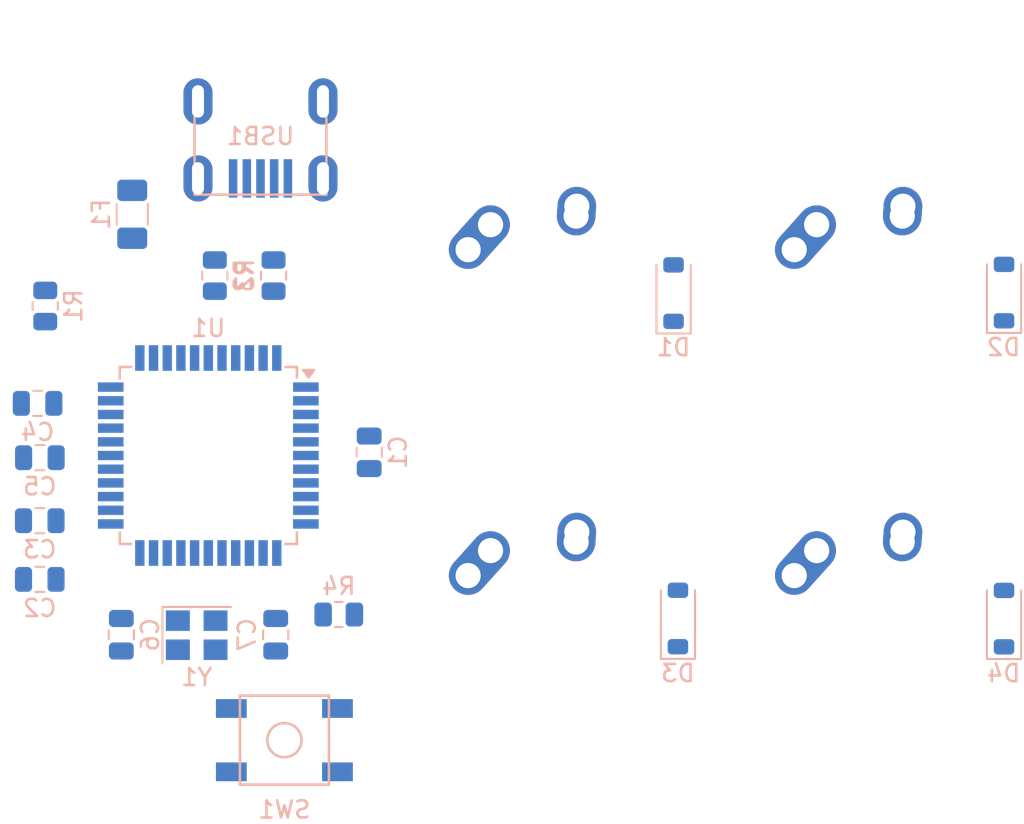
<source format=kicad_pcb>
(kicad_pcb (version 20240108) (generator "pcbnew") (generator_version "8.0")
  (layers (0 "F.Cu" signal) (31 "B.Cu" signal) (34 "B.Paste" user) (35 "F.Paste" user) (36 "B.SilkS" user "B.Silkscreen") (37 "F.SilkS" user "F.Silkscreen") (38 "B.Mask" user) (39 "F.Mask" user) (44 "Edge.Cuts" user))
  (net 0 "")
  (net 1 "Net-(U1-UCAP)")
  (net 2 "GND")
  (net 3 "+5V")
  (net 4 "XTAL1")
  (net 5 "XTAL2")
  (net 6 "ROW0")
  (net 7 "Net-(D1-A)")
  (net 8 "Net-(D2-A)")
  (net 9 "Net-(D3-A)")
  (net 10 "ROW1")
  (net 11 "Net-(D4-A)")
  (net 12 "Net-(USB1-SHIELD)")
  (net 13 "COL0")
  (net 14 "COL1")
  (net 15 "HWB")
  (net 16 "Net-(U1-D-)")
  (net 17 "D -")
  (net 18 "Net-(U1-D+)")
  (net 19 "D +")
  (net 20 "Net-(U1-~{RESET})")
  (footprint "MX_Alps_Hybrid:MX-1U-NoLED" (layer "F.Cu") (at 138.1125 65.05625)
    (property "Reference" "MX1")
    (property "Value" "MX-NoLED")
    (pad "" np_thru_hole circle (at -5.08 0 48.0996) (size 1.75 1.75) (drill 1.75) (layers "*.Cu" "*.Mask"))
    (pad "" np_thru_hole circle (at 0 0) (size 3.9878 3.9878) (drill 3.9878) (layers "*.Cu" "*.Mask"))
    (pad "" np_thru_hole circle (at 5.08 0 48.0996) (size 1.75 1.75) (drill 1.75) (layers "*.Cu" "*.Mask"))
    (pad "1" thru_hole oval (at -3.81 -2.54 48.0996) (size 4.211556 2.25) (drill 1.47 (offset 0.980778 0)) (layers "*.Cu" "B.Mask") (net 13 "COL0"))
    (pad "1" thru_hole circle (at -2.5 -4) (size 2.25 2.25) (drill 1.47) (layers "*.Cu" "B.Mask") (net 13 "COL0"))
    (pad "2" thru_hole oval (at 2.5 -4.5 86.0548) (size 2.831378 2.25) (drill 1.47 (offset 0.290689 0)) (layers "*.Cu" "B.Mask") (net 7 "Net-(D1-A)"))
    (pad "2" thru_hole circle (at 2.54 -5.08) (size 2.25 2.25) (drill 1.47) (layers "*.Cu" "B.Mask") (net 7 "Net-(D1-A)"))
  )
  (footprint "MX_Alps_Hybrid:MX-1U-NoLED" (layer "F.Cu") (at 138.1125 84.10625)
    (property "Reference" "MX3")
    (property "Value" "MX-NoLED")
    (pad "" np_thru_hole circle (at -5.08 0 48.0996) (size 1.75 1.75) (drill 1.75) (layers "*.Cu" "*.Mask"))
    (pad "" np_thru_hole circle (at 0 0) (size 3.9878 3.9878) (drill 3.9878) (layers "*.Cu" "*.Mask"))
    (pad "" np_thru_hole circle (at 5.08 0 48.0996) (size 1.75 1.75) (drill 1.75) (layers "*.Cu" "*.Mask"))
    (pad "1" thru_hole oval (at -3.81 -2.54 48.0996) (size 4.211556 2.25) (drill 1.47 (offset 0.980778 0)) (layers "*.Cu" "B.Mask") (net 13 "COL0"))
    (pad "1" thru_hole circle (at -2.5 -4) (size 2.25 2.25) (drill 1.47) (layers "*.Cu" "B.Mask") (net 13 "COL0"))
    (pad "2" thru_hole oval (at 2.5 -4.5 86.0548) (size 2.831378 2.25) (drill 1.47 (offset 0.290689 0)) (layers "*.Cu" "B.Mask") (net 9 "Net-(D3-A)"))
    (pad "2" thru_hole circle (at 2.54 -5.08) (size 2.25 2.25) (drill 1.47) (layers "*.Cu" "B.Mask") (net 9 "Net-(D3-A)"))
  )
  (footprint "MX_Alps_Hybrid:MX-1U-NoLED" (layer "F.Cu") (at 157.1625 65.05625)
    (property "Reference" "MX2")
    (property "Value" "MX-NoLED")
    (pad "" np_thru_hole circle (at -5.08 0 48.0996) (size 1.75 1.75) (drill 1.75) (layers "*.Cu" "*.Mask"))
    (pad "" np_thru_hole circle (at 0 0) (size 3.9878 3.9878) (drill 3.9878) (layers "*.Cu" "*.Mask"))
    (pad "" np_thru_hole circle (at 5.08 0 48.0996) (size 1.75 1.75) (drill 1.75) (layers "*.Cu" "*.Mask"))
    (pad "1" thru_hole oval (at -3.81 -2.54 48.0996) (size 4.211556 2.25) (drill 1.47 (offset 0.980778 0)) (layers "*.Cu" "B.Mask") (net 14 "COL1"))
    (pad "1" thru_hole circle (at -2.5 -4) (size 2.25 2.25) (drill 1.47) (layers "*.Cu" "B.Mask") (net 14 "COL1"))
    (pad "2" thru_hole oval (at 2.5 -4.5 86.0548) (size 2.831378 2.25) (drill 1.47 (offset 0.290689 0)) (layers "*.Cu" "B.Mask") (net 8 "Net-(D2-A)"))
    (pad "2" thru_hole circle (at 2.54 -5.08) (size 2.25 2.25) (drill 1.47) (layers "*.Cu" "B.Mask") (net 8 "Net-(D2-A)"))
  )
  (footprint "MX_Alps_Hybrid:MX-1U-NoLED" (layer "F.Cu") (at 157.1625 84.10625)
    (property "Reference" "MX4")
    (property "Value" "MX-NoLED")
    (pad "" np_thru_hole circle (at -5.08 0 48.0996) (size 1.75 1.75) (drill 1.75) (layers "*.Cu" "*.Mask"))
    (pad "" np_thru_hole circle (at 0 0) (size 3.9878 3.9878) (drill 3.9878) (layers "*.Cu" "*.Mask"))
    (pad "" np_thru_hole circle (at 5.08 0 48.0996) (size 1.75 1.75) (drill 1.75) (layers "*.Cu" "*.Mask"))
    (pad "1" thru_hole oval (at -3.81 -2.54 48.0996) (size 4.211556 2.25) (drill 1.47 (offset 0.980778 0)) (layers "*.Cu" "B.Mask") (net 14 "COL1"))
    (pad "1" thru_hole circle (at -2.5 -4) (size 2.25 2.25) (drill 1.47) (layers "*.Cu" "B.Mask") (net 14 "COL1"))
    (pad "2" thru_hole oval (at 2.5 -4.5 86.0548) (size 2.831378 2.25) (drill 1.47 (offset 0.290689 0)) (layers "*.Cu" "B.Mask") (net 11 "Net-(D4-A)"))
    (pad "2" thru_hole circle (at 2.54 -5.08) (size 2.25 2.25) (drill 1.47) (layers "*.Cu" "B.Mask") (net 11 "Net-(D4-A)"))
  )
  (footprint "Capacitor_SMD:C_0805_2012Metric" (layer "B.Cu") (at 109.281 81.788)
    (property "Reference" "C2" (at 0 1.68 360) (layer "B.SilkS") (effects (justify mirror)))
    (property "Value" "0.1uF")
    (fp_line (start 0.261252 -0.735) (end -0.261252 -0.735) (stroke (width 0.12)) (layer "B.SilkS"))
    (fp_line (start 0.261252 0.735) (end -0.261252 0.735) (stroke (width 0.12)) (layer "B.SilkS"))
    (pad "1" smd roundrect (at -0.95 0) (size 1 1.45) (layers "B.Cu" "B.Paste" "B.Mask") (net 3 "+5V"))
    (pad "2" smd roundrect (at 0.95 0) (size 1 1.45) (layers "B.Cu" "B.Paste" "B.Mask") (net 2 "GND"))
  )
  (footprint "Capacitor_SMD:C_0805_2012Metric" (layer "B.Cu") (at 109.286 74.676)
    (property "Reference" "C5" (at 0 1.68 360) (layer "B.SilkS") (effects (justify mirror)))
    (property "Value" "10uF")
    (fp_line (start 0.261252 -0.735) (end -0.261252 -0.735) (stroke (width 0.12)) (layer "B.SilkS"))
    (fp_line (start 0.261252 0.735) (end -0.261252 0.735) (stroke (width 0.12)) (layer "B.SilkS"))
    (pad "1" smd roundrect (at -0.95 0) (size 1 1.45) (layers "B.Cu" "B.Paste" "B.Mask") (net 3 "+5V"))
    (pad "2" smd roundrect (at 0.95 0) (size 1 1.45) (layers "B.Cu" "B.Paste" "B.Mask") (net 2 "GND"))
  )
  (footprint "Diode_SMD:D_SOD-123" (layer "B.Cu") (at 146.558 84.074 90)
    (property "Reference" "D3" (at -3.1975 0 0) (layer "B.SilkS") (effects (justify mirror)))
    (property "Value" "D_Small")
    (fp_line (start 1.65 -1) (end -2.36 -1) (stroke (width 0.12)) (layer "B.SilkS"))
    (fp_line (start -2.36 -1) (end -2.36 1) (stroke (width 0.12)) (layer "B.SilkS"))
    (fp_line (start 1.65 1) (end -2.36 1) (stroke (width 0.12)) (layer "B.SilkS"))
    (pad "1" smd roundrect (at -1.65 0 90) (size 0.9 1.2) (layers "B.Cu" "B.Paste" "B.Mask") (net 10 "ROW1"))
    (pad "2" smd roundrect (at 1.65 0 90) (size 0.9 1.2) (layers "B.Cu" "B.Paste" "B.Mask") (net 9 "Net-(D3-A)"))
  )
  (footprint "random-keyboard-parts:Molex-0548190589" (layer "B.Cu") (at 122.174 53.8515 -90)
    (property "Reference" "USB1" (at 2.032 0 180) (layer "B.SilkS") (effects (justify mirror)))
    (property "Value" "Molex-0548190589")
    (fp_line (start 5.45 3.85) (end 0 3.85) (stroke (width 0.15)) (layer "B.SilkS"))
    (fp_line (start 5.45 -3.85) (end 5.45 3.85) (stroke (width 0.15)) (layer "B.SilkS"))
    (fp_line (start 5.45 -3.85) (end 0 -3.85) (stroke (width 0.15)) (layer "B.SilkS"))
    (pad "1" smd rect (at 4.5 -1.6 270) (size 2.25 0.5) (layers "B.Cu" "B.Paste" "B.Mask") (net 2 "GND"))
    (pad "2" smd rect (at 4.5 -0.8 270) (size 2.25 0.5) (layers "B.Cu" "B.Paste" "B.Mask"))
    (pad "3" smd rect (at 4.5 0 270) (size 2.25 0.5) (layers "B.Cu" "B.Paste" "B.Mask") (net 19 "D +"))
    (pad "4" smd rect (at 4.5 0.8 270) (size 2.25 0.5) (layers "B.Cu" "B.Paste" "B.Mask") (net 17 "D -"))
    (pad "5" smd rect (at 4.5 1.6 270) (size 2.25 0.5) (layers "B.Cu" "B.Paste" "B.Mask"))
    (pad "6" thru_hole oval (at 0 -3.65 270) (size 2.7 1.7) (drill oval 1.9 0.7) (layers "*.Cu" "*.Mask") (net 12 "Net-(USB1-SHIELD)"))
    (pad "6" thru_hole oval (at 0 3.65 270) (size 2.7 1.7) (drill oval 1.9 0.7) (layers "*.Cu" "*.Mask") (net 12 "Net-(USB1-SHIELD)"))
    (pad "6" thru_hole oval (at 4.5 -3.65 270) (size 2.7 1.7) (drill oval 1.9 0.7) (layers "*.Cu" "*.Mask") (net 12 "Net-(USB1-SHIELD)"))
    (pad "6" thru_hole oval (at 4.5 3.65 270) (size 2.7 1.7) (drill oval 1.9 0.7) (layers "*.Cu" "*.Mask") (net 12 "Net-(USB1-SHIELD)"))
  )
  (footprint "random-keyboard-parts:SKQG-1155865" (layer "B.Cu") (at 123.571 91.186 180)
    (property "Reference" "SW1" (at 0 -4.064 180) (layer "B.SilkS") (effects (justify mirror)))
    (property "Value" "SW_Push")
    (fp_line (start 2.6 2.6) (end -2.6 2.6) (stroke (width 0.15)) (layer "B.SilkS"))
    (fp_line (start 2.6 -2.6) (end 2.6 2.6) (stroke (width 0.15)) (layer "B.SilkS"))
    (fp_line (start -2.6 2.6) (end -2.6 -2.6) (stroke (width 0.15)) (layer "B.SilkS"))
    (fp_line (start -2.6 -2.6) (end 2.6 -2.6) (stroke (width 0.15)) (layer "B.SilkS"))
    (fp_circle (center 0 0) (end 1 0) (stroke (width 0.15)) (fill none) (layer "B.SilkS"))
    (pad "1" smd rect (at 3.1 -1.85 180) (size 1.8 1.1) (layers "B.Cu" "B.Paste" "B.Mask") (net 2 "GND"))
    (pad "2" smd rect (at -3.1 1.85 180) (size 1.8 1.1) (layers "B.Cu" "B.Paste" "B.Mask") (net 20 "Net-(U1-~{RESET})"))
    (pad "3" smd rect (at 3.1 1.85 180) (size 1.8 1.1) (layers "B.Cu" "B.Paste" "B.Mask"))
    (pad "4" smd rect (at -3.1 -1.85 180) (size 1.8 1.1) (layers "B.Cu" "B.Paste" "B.Mask"))
  )
  (footprint "Diode_SMD:D_SOD-123" (layer "B.Cu") (at 165.608 84.08375 90)
    (property "Reference" "D4" (at -3.1975 -0.0225 0) (layer "B.SilkS") (effects (justify mirror)))
    (property "Value" "D_Small")
    (fp_line (start 1.65 -1) (end -2.36 -1) (stroke (width 0.12)) (layer "B.SilkS"))
    (fp_line (start -2.36 -1) (end -2.36 1) (stroke (width 0.12)) (layer "B.SilkS"))
    (fp_line (start 1.65 1) (end -2.36 1) (stroke (width 0.12)) (layer "B.SilkS"))
    (pad "1" smd roundrect (at -1.65 0 90) (size 0.9 1.2) (layers "B.Cu" "B.Paste" "B.Mask") (net 10 "ROW1"))
    (pad "2" smd roundrect (at 1.65 0 90) (size 0.9 1.2) (layers "B.Cu" "B.Paste" "B.Mask") (net 11 "Net-(D4-A)"))
  )
  (footprint "Capacitor_SMD:C_0805_2012Metric" (layer "B.Cu") (at 128.524 74.361 90)
    (property "Reference" "C1" (at 0 1.68 270) (layer "B.SilkS") (effects (justify mirror)))
    (property "Value" "1uF")
    (fp_line (start 0.261252 -0.735) (end -0.261252 -0.735) (stroke (width 0.12)) (layer "B.SilkS"))
    (fp_line (start 0.261252 0.735) (end -0.261252 0.735) (stroke (width 0.12)) (layer "B.SilkS"))
    (pad "1" smd roundrect (at -0.95 0 90) (size 1 1.45) (layers "B.Cu" "B.Paste" "B.Mask") (net 1 "Net-(U1-UCAP)"))
    (pad "2" smd roundrect (at 0.95 0 90) (size 1 1.45) (layers "B.Cu" "B.Paste" "B.Mask") (net 2 "GND"))
  )
  (footprint "Diode_SMD:D_SOD-123" (layer "B.Cu") (at 146.304 65.05625 90)
    (property "Reference" "D1" (at -3.175 0 0) (layer "B.SilkS") (effects (justify mirror)))
    (property "Value" "D_Small")
    (fp_line (start 1.65 -1) (end -2.36 -1) (stroke (width 0.12)) (layer "B.SilkS"))
    (fp_line (start -2.36 -1) (end -2.36 1) (stroke (width 0.12)) (layer "B.SilkS"))
    (fp_line (start 1.65 1) (end -2.36 1) (stroke (width 0.12)) (layer "B.SilkS"))
    (pad "1" smd roundrect (at -1.65 0 90) (size 0.9 1.2) (layers "B.Cu" "B.Paste" "B.Mask") (net 6 "ROW0"))
    (pad "2" smd roundrect (at 1.65 0 90) (size 0.9 1.2) (layers "B.Cu" "B.Paste" "B.Mask") (net 7 "Net-(D1-A)"))
  )
  (footprint "Resistor_SMD:R_0805_2012Metric" (layer "B.Cu") (at 109.601 65.8095 90)
    (property "Reference" "R1" (at 0 1.65 270) (layer "B.SilkS") (effects (justify mirror)))
    (property "Value" "10k")
    (fp_line (start 0.227064 -0.735) (end -0.227064 -0.735) (stroke (width 0.12)) (layer "B.SilkS"))
    (fp_line (start 0.227064 0.735) (end -0.227064 0.735) (stroke (width 0.12)) (layer "B.SilkS"))
    (pad "1" smd roundrect (at -0.9125 0 90) (size 1.025 1.4) (layers "B.Cu" "B.Paste" "B.Mask") (roundrect_rratio 0.243902) (net 15 "HWB"))
    (pad "2" smd roundrect (at 0.9125 0 90) (size 1.025 1.4) (layers "B.Cu" "B.Paste" "B.Mask") (roundrect_rratio 0.243902) (net 2 "GND"))
  )
  (footprint "Fuse:Fuse_1206_3216Metric" (layer "B.Cu") (at 114.681 60.449 -90)
    (property "Reference" "F1" (at 0 1.82 90) (layer "B.SilkS") (effects (justify mirror)))
    (property "Value" "500mA")
    (fp_line (start 0.602064 0.91) (end -0.602064 0.91) (stroke (width 0.12)) (layer "B.SilkS"))
    (fp_line (start 0.602064 -0.91) (end -0.602064 -0.91) (stroke (width 0.12)) (layer "B.SilkS"))
    (pad "1" smd roundrect (at -1.4 0 270) (size 1.25 1.75) (layers "B.Cu" "B.Paste" "B.Mask") (roundrect_rratio 0.2) (net 12 "Net-(USB1-SHIELD)"))
    (pad "2" smd roundrect (at 1.4 0 270) (size 1.25 1.75) (layers "B.Cu" "B.Paste" "B.Mask") (roundrect_rratio 0.2) (net 3 "+5V"))
  )
  (footprint "Capacitor_SMD:C_0805_2012Metric" (layer "B.Cu") (at 109.154 71.501)
    (property "Reference" "C4" (at 0 1.68 360) (layer "B.SilkS") (effects (justify mirror)))
    (property "Value" "0.1uF")
    (fp_line (start 0.261252 -0.735) (end -0.261252 -0.735) (stroke (width 0.12)) (layer "B.SilkS"))
    (fp_line (start 0.261252 0.735) (end -0.261252 0.735) (stroke (width 0.12)) (layer "B.SilkS"))
    (pad "1" smd roundrect (at -0.95 0) (size 1 1.45) (layers "B.Cu" "B.Paste" "B.Mask") (net 3 "+5V"))
    (pad "2" smd roundrect (at 0.95 0) (size 1 1.45) (layers "B.Cu" "B.Paste" "B.Mask") (net 2 "GND"))
  )
  (footprint "Resistor_SMD:R_0805_2012Metric" (layer "B.Cu") (at 119.507 64.0315 90)
    (property "Reference" "R2" (at 0 1.65 270) (layer "B.SilkS") (effects (justify mirror)))
    (property "Value" "22")
    (fp_line (start 0.227064 -0.735) (end -0.227064 -0.735) (stroke (width 0.12)) (layer "B.SilkS"))
    (fp_line (start 0.227064 0.735) (end -0.227064 0.735) (stroke (width 0.12)) (layer "B.SilkS"))
    (pad "1" smd roundrect (at -0.9125 0 90) (size 1.025 1.4) (layers "B.Cu" "B.Paste" "B.Mask") (roundrect_rratio 0.243902) (net 16 "Net-(U1-D-)"))
    (pad "2" smd roundrect (at 0.9125 0 90) (size 1.025 1.4) (layers "B.Cu" "B.Paste" "B.Mask") (roundrect_rratio 0.243902) (net 17 "D -"))
  )
  (footprint "Diode_SMD:D_SOD-123" (layer "B.Cu") (at 165.608 65.024 90)
    (property "Reference" "D2" (at -3.1975 -0.0225 0) (layer "B.SilkS") (effects (justify mirror)))
    (property "Value" "D_Small")
    (fp_line (start 1.65 -1) (end -2.36 -1) (stroke (width 0.12)) (layer "B.SilkS"))
    (fp_line (start -2.36 -1) (end -2.36 1) (stroke (width 0.12)) (layer "B.SilkS"))
    (fp_line (start 1.65 1) (end -2.36 1) (stroke (width 0.12)) (layer "B.SilkS"))
    (pad "1" smd roundrect (at -1.65 0 90) (size 0.9 1.2) (layers "B.Cu" "B.Paste" "B.Mask") (net 6 "ROW0"))
    (pad "2" smd roundrect (at 1.65 0 90) (size 0.9 1.2) (layers "B.Cu" "B.Paste" "B.Mask") (net 8 "Net-(D2-A)"))
  )
  (footprint "Capacitor_SMD:C_0805_2012Metric" (layer "B.Cu") (at 109.281 78.359)
    (property "Reference" "C3" (at 0 1.68 360) (layer "B.SilkS") (effects (justify mirror)))
    (property "Value" "0.1uF")
    (fp_line (start 0.261252 -0.735) (end -0.261252 -0.735) (stroke (width 0.12)) (layer "B.SilkS"))
    (fp_line (start 0.261252 0.735) (end -0.261252 0.735) (stroke (width 0.12)) (layer "B.SilkS"))
    (pad "1" smd roundrect (at -0.95 0) (size 1 1.45) (layers "B.Cu" "B.Paste" "B.Mask") (net 3 "+5V"))
    (pad "2" smd roundrect (at 0.95 0) (size 1 1.45) (layers "B.Cu" "B.Paste" "B.Mask") (net 2 "GND"))
  )
  (footprint "Capacitor_SMD:C_0805_2012Metric" (layer "B.Cu") (at 123.063 85.024 -90)
    (property "Reference" "C7" (at 0 1.68 90) (layer "B.SilkS") (effects (justify mirror)))
    (property "Value" "22pF")
    (fp_line (start 0.261252 0.735) (end -0.261252 0.735) (stroke (width 0.12)) (layer "B.SilkS"))
    (fp_line (start 0.261252 -0.735) (end -0.261252 -0.735) (stroke (width 0.12)) (layer "B.SilkS"))
    (pad "1" smd roundrect (at -0.95 0 270) (size 1 1.45) (layers "B.Cu" "B.Paste" "B.Mask") (net 2 "GND"))
    (pad "2" smd roundrect (at 0.95 0 270) (size 1 1.45) (layers "B.Cu" "B.Paste" "B.Mask") (net 5 "XTAL2"))
  )
  (footprint "Resistor_SMD:R_0805_2012Metric" (layer "B.Cu") (at 122.936 64.0315 -90)
    (property "Reference" "R3" (at 0 1.65 90) (layer "B.SilkS") (effects (justify mirror)))
    (property "Value" "22")
    (fp_line (start 0.227064 0.735) (end -0.227064 0.735) (stroke (width 0.12)) (layer "B.SilkS"))
    (fp_line (start 0.227064 -0.735) (end -0.227064 -0.735) (stroke (width 0.12)) (layer "B.SilkS"))
    (pad "1" smd roundrect (at -0.9125 0 270) (size 1.025 1.4) (layers "B.Cu" "B.Paste" "B.Mask") (roundrect_rratio 0.243902) (net 19 "D +"))
    (pad "2" smd roundrect (at 0.9125 0 270) (size 1.025 1.4) (layers "B.Cu" "B.Paste" "B.Mask") (roundrect_rratio 0.243902) (net 18 "Net-(U1-D+)"))
  )
  (footprint "Resistor_SMD:R_0805_2012Metric" (layer "B.Cu") (at 126.746 83.8435 180)
    (property "Reference" "R4" (at 0 1.65 180) (layer "B.SilkS") (effects (justify mirror)))
    (property "Value" "10k")
    (fp_line (start 0.227064 0.735) (end -0.227064 0.735) (stroke (width 0.12)) (layer "B.SilkS"))
    (fp_line (start 0.227064 -0.735) (end -0.227064 -0.735) (stroke (width 0.12)) (layer "B.SilkS"))
    (pad "1" smd roundrect (at -0.9125 0 180) (size 1.025 1.4) (layers "B.Cu" "B.Paste" "B.Mask") (roundrect_rratio 0.243902) (net 20 "Net-(U1-~{RESET})"))
    (pad "2" smd roundrect (at 0.9125 0 180) (size 1.025 1.4) (layers "B.Cu" "B.Paste" "B.Mask") (roundrect_rratio 0.243902) (net 3 "+5V"))
  )
  (footprint "Crystal:Crystal_SMD_3225-4Pin_3.2x2.5mm" (layer "B.Cu") (at 118.448 85.051)
    (property "Reference" "Y1" (at 0 2.45 360) (layer "B.SilkS") (effects (justify mirror)))
    (property "Value" "16MHz")
    (fp_line (start -2 -1.65) (end -2 1.65) (stroke (width 0.12)) (layer "B.SilkS"))
    (fp_line (start 2 -1.65) (end -2 -1.65) (stroke (width 0.12)) (layer "B.SilkS"))
    (pad "1" smd rect (at -1.1 -0.85) (size 1.4 1.2) (layers "B.Cu" "B.Paste" "B.Mask") (net 4 "XTAL1"))
    (pad "2" smd rect (at 1.1 -0.85) (size 1.4 1.2) (layers "B.Cu" "B.Paste" "B.Mask") (net 2 "GND"))
    (pad "3" smd rect (at 1.1 0.85) (size 1.4 1.2) (layers "B.Cu" "B.Paste" "B.Mask") (net 5 "XTAL2"))
    (pad "4" smd rect (at -1.1 0.85) (size 1.4 1.2) (layers "B.Cu" "B.Paste" "B.Mask") (net 2 "GND"))
  )
  (footprint "Capacitor_SMD:C_0805_2012Metric" (layer "B.Cu") (at 114.046 85.024 90)
    (property "Reference" "C6" (at 0 1.68 270) (layer "B.SilkS") (effects (justify mirror)))
    (property "Value" "22pF")
    (fp_line (start 0.261252 -0.735) (end -0.261252 -0.735) (stroke (width 0.12)) (layer "B.SilkS"))
    (fp_line (start 0.261252 0.735) (end -0.261252 0.735) (stroke (width 0.12)) (layer "B.SilkS"))
    (pad "1" smd roundrect (at -0.95 0 90) (size 1 1.45) (layers "B.Cu" "B.Paste" "B.Mask") (net 2 "GND"))
    (pad "2" smd roundrect (at 0.95 0 90) (size 1 1.45) (layers "B.Cu" "B.Paste" "B.Mask") (net 4 "XTAL1"))
  )
  (footprint "Package_QFP:TQFP-44_10x10mm_P0.8mm" (layer "B.Cu") (at 119.126 74.549 180)
    (property "Reference" "U1" (at 0 7.45 180) (layer "B.SilkS") (effects (justify mirror)))
    (property "Value" "ATmega32U4-A")
    (fp_line (start 5.175 4.5) (end 5.175 5.175) (stroke (width 0.15)) (layer "B.SilkS"))
    (fp_line (start 5.175 -4.5) (end 5.175 -5.175) (stroke (width 0.15)) (layer "B.SilkS"))
    (fp_line (start 4.5 5.175) (end 5.175 5.175) (stroke (width 0.15)) (layer "B.SilkS"))
    (fp_line (start 4.5 -5.175) (end 5.175 -5.175) (stroke (width 0.15)) (layer "B.SilkS"))
    (fp_line (start -4.5 5.175) (end -5.175 5.175) (stroke (width 0.15)) (layer "B.SilkS"))
    (fp_line (start -4.5 -5.175) (end -5.175 -5.175) (stroke (width 0.15)) (layer "B.SilkS"))
    (fp_line (start -5.175 4.56) (end -5.175 5.175) (stroke (width 0.15)) (layer "B.SilkS"))
    (fp_line (start -5.175 -4.5) (end -5.175 -5.175) (stroke (width 0.15)) (layer "B.SilkS"))
    (fp_poly (pts (xy -5.86 4.54) (xy -6.2 5.01) (xy -5.52 5.01) (xy -5.86 4.54)) (stroke (width 0.12)) (fill solid) (layer "B.SilkS"))
    (pad "1" smd rect (at -5.7 4 180) (size 1.5 0.55) (layers "B.Cu" "B.Paste" "B.Mask"))
    (pad "2" smd rect (at -5.7 3.2 180) (size 1.5 0.55) (layers "B.Cu" "B.Paste" "B.Mask") (net 3 "+5V"))
    (pad "3" smd rect (at -5.7 2.4 180) (size 1.5 0.55) (layers "B.Cu" "B.Paste" "B.Mask") (net 16 "Net-(U1-D-)"))
    (pad "4" smd rect (at -5.7 1.6 180) (size 1.5 0.55) (layers "B.Cu" "B.Paste" "B.Mask") (net 18 "Net-(U1-D+)"))
    (pad "5" smd rect (at -5.7 0.8 180) (size 1.5 0.55) (layers "B.Cu" "B.Paste" "B.Mask") (net 2 "GND"))
    (pad "6" smd rect (at -5.7 0 180) (size 1.5 0.55) (layers "B.Cu" "B.Paste" "B.Mask") (net 1 "Net-(U1-UCAP)"))
    (pad "7" smd rect (at -5.7 -0.8 180) (size 1.5 0.55) (layers "B.Cu" "B.Paste" "B.Mask") (net 3 "+5V"))
    (pad "8" smd rect (at -5.7 -1.6 180) (size 1.5 0.55) (layers "B.Cu" "B.Paste" "B.Mask"))
    (pad "9" smd rect (at -5.7 -2.4 180) (size 1.5 0.55) (layers "B.Cu" "B.Paste" "B.Mask"))
    (pad "10" smd rect (at -5.7 -3.2 180) (size 1.5 0.55) (layers "B.Cu" "B.Paste" "B.Mask"))
    (pad "11" smd rect (at -5.7 -4 180) (size 1.5 0.55) (layers "B.Cu" "B.Paste" "B.Mask"))
    (pad "12" smd rect (at -4 -5.7 90) (size 1.5 0.55) (layers "B.Cu" "B.Paste" "B.Mask"))
    (pad "13" smd rect (at -3.2 -5.7 90) (size 1.5 0.55) (layers "B.Cu" "B.Paste" "B.Mask") (net 20 "Net-(U1-~{RESET})"))
    (pad "14" smd rect (at -2.4 -5.7 90) (size 1.5 0.55) (layers "B.Cu" "B.Paste" "B.Mask") (net 3 "+5V"))
    (pad "15" smd rect (at -1.6 -5.7 90) (size 1.5 0.55) (layers "B.Cu" "B.Paste" "B.Mask") (net 2 "GND"))
    (pad "16" smd rect (at -0.8 -5.7 90) (size 1.5 0.55) (layers "B.Cu" "B.Paste" "B.Mask") (net 5 "XTAL2"))
    (pad "17" smd rect (at 0 -5.7 90) (size 1.5 0.55) (layers "B.Cu" "B.Paste" "B.Mask") (net 4 "XTAL1"))
    (pad "18" smd rect (at 0.8 -5.7 90) (size 1.5 0.55) (layers "B.Cu" "B.Paste" "B.Mask"))
    (pad "19" smd rect (at 1.6 -5.7 90) (size 1.5 0.55) (layers "B.Cu" "B.Paste" "B.Mask"))
    (pad "20" smd rect (at 2.4 -5.7 90) (size 1.5 0.55) (layers "B.Cu" "B.Paste" "B.Mask"))
    (pad "21" smd rect (at 3.2 -5.7 90) (size 1.5 0.55) (layers "B.Cu" "B.Paste" "B.Mask"))
    (pad "22" smd rect (at 4 -5.7 90) (size 1.5 0.55) (layers "B.Cu" "B.Paste" "B.Mask"))
    (pad "23" smd rect (at 5.7 -4 180) (size 1.5 0.55) (layers "B.Cu" "B.Paste" "B.Mask") (net 2 "GND"))
    (pad "24" smd rect (at 5.7 -3.2 180) (size 1.5 0.55) (layers "B.Cu" "B.Paste" "B.Mask") (net 3 "+5V"))
    (pad "25" smd rect (at 5.7 -2.4 180) (size 1.5 0.55) (layers "B.Cu" "B.Paste" "B.Mask"))
    (pad "26" smd rect (at 5.7 -1.6 180) (size 1.5 0.55) (layers "B.Cu" "B.Paste" "B.Mask"))
    (pad "27" smd rect (at 5.7 -0.8 180) (size 1.5 0.55) (layers "B.Cu" "B.Paste" "B.Mask") (net 6 "ROW0"))
    (pad "28" smd rect (at 5.7 0 180) (size 1.5 0.55) (layers "B.Cu" "B.Paste" "B.Mask") (net 14 "COL1"))
    (pad "29" smd rect (at 5.7 0.8 180) (size 1.5 0.55) (layers "B.Cu" "B.Paste" "B.Mask") (net 13 "COL0"))
    (pad "30" smd rect (at 5.7 1.6 180) (size 1.5 0.55) (layers "B.Cu" "B.Paste" "B.Mask") (net 10 "ROW1"))
    (pad "31" smd rect (at 5.7 2.4 180) (size 1.5 0.55) (layers "B.Cu" "B.Paste" "B.Mask"))
    (pad "32" smd rect (at 5.7 3.2 180) (size 1.5 0.55) (layers "B.Cu" "B.Paste" "B.Mask"))
    (pad "33" smd rect (at 5.7 4 180) (size 1.5 0.55) (layers "B.Cu" "B.Paste" "B.Mask") (net 15 "HWB"))
    (pad "34" smd rect (at 4 5.7 90) (size 1.5 0.55) (layers "B.Cu" "B.Paste" "B.Mask") (net 3 "+5V"))
    (pad "35" smd rect (at 3.2 5.7 90) (size 1.5 0.55) (layers "B.Cu" "B.Paste" "B.Mask") (net 2 "GND"))
    (pad "36" smd rect (at 2.4 5.7 90) (size 1.5 0.55) (layers "B.Cu" "B.Paste" "B.Mask"))
    (pad "37" smd rect (at 1.6 5.7 90) (size 1.5 0.55) (layers "B.Cu" "B.Paste" "B.Mask"))
    (pad "38" smd rect (at 0.8 5.7 90) (size 1.5 0.55) (layers "B.Cu" "B.Paste" "B.Mask"))
    (pad "39" smd rect (at 0 5.7 90) (size 1.5 0.55) (layers "B.Cu" "B.Paste" "B.Mask"))
    (pad "40" smd rect (at -0.8 5.7 90) (size 1.5 0.55) (layers "B.Cu" "B.Paste" "B.Mask"))
    (pad "41" smd rect (at -1.6 5.7 90) (size 1.5 0.55) (layers "B.Cu" "B.Paste" "B.Mask"))
    (pad "42" smd rect (at -2.4 5.7 90) (size 1.5 0.55) (layers "B.Cu" "B.Paste" "B.Mask"))
    (pad "43" smd rect (at -3.2 5.7 90) (size 1.5 0.55) (layers "B.Cu" "B.Paste" "B.Mask") (net 2 "GND"))
    (pad "44" smd rect (at -4 5.7 90) (size 1.5 0.55) (layers "B.Cu" "B.Paste" "B.Mask") (net 3 "+5V"))
  )
)
</source>
